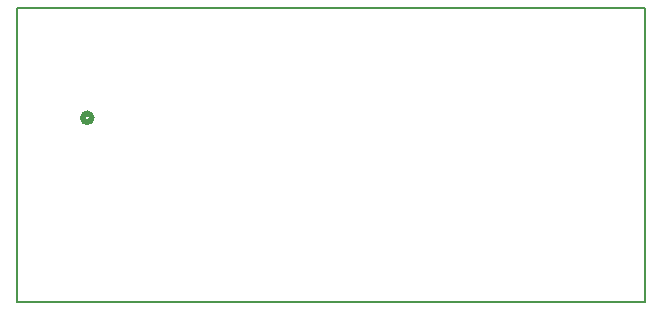
<source format=gbo>
G04*
G04 #@! TF.GenerationSoftware,Altium Limited,Altium Designer,22.8.2 (66)*
G04*
G04 Layer_Color=32896*
%FSLAX44Y44*%
%MOMM*%
G71*
G04*
G04 #@! TF.SameCoordinates,E765EAFB-E956-432D-8013-76C00557599A*
G04*
G04*
G04 #@! TF.FilePolarity,Positive*
G04*
G01*
G75*
%ADD12C,0.5080*%
%ADD64C,0.1524*%
D12*
X319312Y409321D02*
G03*
X319312Y409321I-3810J0D01*
G01*
D64*
X255778Y253619D02*
X788162D01*
Y502031D01*
X255778D02*
X788162D01*
X255778Y253619D02*
Y502031D01*
M02*

</source>
